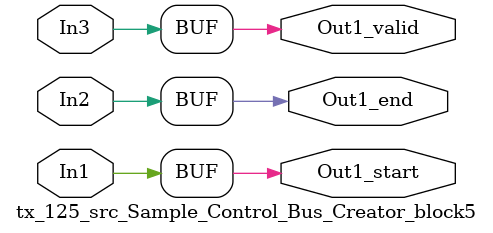
<source format=v>



`timescale 1 ns / 1 ns

module tx_125_src_Sample_Control_Bus_Creator_block5
          (In1,
           In2,
           In3,
           Out1_start,
           Out1_end,
           Out1_valid);


  input   In1;
  input   In2;
  input   In3;
  output  Out1_start;
  output  Out1_end;
  output  Out1_valid;




  assign Out1_start = In1;

  assign Out1_end = In2;

  assign Out1_valid = In3;

endmodule  // tx_125_src_Sample_Control_Bus_Creator_block5


</source>
